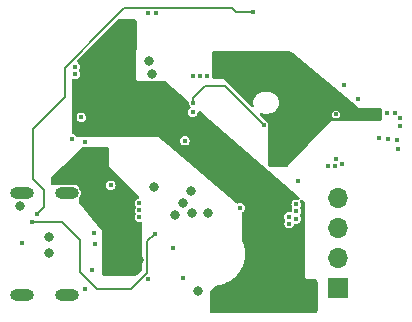
<source format=gbr>
%TF.GenerationSoftware,KiCad,Pcbnew,5.99.0-5f22025611*%
%TF.CreationDate,2021-06-18T16:30:17+00:00*%
%TF.ProjectId,driver,64726976-6572-42e6-9b69-6361645f7063,rev?*%
%TF.SameCoordinates,Original*%
%TF.FileFunction,Copper,L2,Inr*%
%TF.FilePolarity,Positive*%
%FSLAX46Y46*%
G04 Gerber Fmt 4.6, Leading zero omitted, Abs format (unit mm)*
G04 Created by KiCad (PCBNEW 5.99.0-5f22025611) date 2021-06-18 16:30:17*
%MOMM*%
%LPD*%
G01*
G04 APERTURE LIST*
%TA.AperFunction,ComponentPad*%
%ADD10R,1.700000X1.700000*%
%TD*%
%TA.AperFunction,ComponentPad*%
%ADD11O,1.700000X1.700000*%
%TD*%
%TA.AperFunction,ComponentPad*%
%ADD12O,2.000000X1.000000*%
%TD*%
%TA.AperFunction,ViaPad*%
%ADD13C,0.800000*%
%TD*%
%TA.AperFunction,ViaPad*%
%ADD14C,0.400000*%
%TD*%
%TA.AperFunction,Conductor*%
%ADD15C,0.150000*%
%TD*%
%TA.AperFunction,Conductor*%
%ADD16C,0.500000*%
%TD*%
G04 APERTURE END LIST*
D10*
%TO.N,GND*%
%TO.C,J102*%
X90600000Y-78900000D03*
D11*
%TO.N,/FAN_PWR*%
X90600000Y-76360000D03*
%TO.N,/FAN_TACHO*%
X90600000Y-73820000D03*
%TO.N,/FAN_PWM*%
X90600000Y-71280000D03*
%TD*%
D12*
%TO.N,GND*%
%TO.C,J101*%
X67600000Y-70880000D03*
X67600000Y-79520000D03*
X63800000Y-70880000D03*
X63800000Y-79520000D03*
%TD*%
D13*
%TO.N,V_{snk}*%
X81300000Y-80000000D03*
X88400000Y-80400000D03*
X82250000Y-80550000D03*
X74000000Y-63650000D03*
X69200000Y-59500000D03*
X82300000Y-78250000D03*
X69950000Y-58800000D03*
X82250000Y-79400000D03*
X76375000Y-63650000D03*
X71100000Y-60100000D03*
X75250000Y-62600000D03*
X81350000Y-78950000D03*
X74000000Y-62600000D03*
X75300000Y-64850000D03*
X87300000Y-80350000D03*
X84550000Y-80600000D03*
X75250000Y-63650000D03*
X80350000Y-79450000D03*
X70150000Y-59800000D03*
X76350000Y-62600000D03*
X80350000Y-80500000D03*
X83400000Y-80600000D03*
X88400000Y-78750000D03*
%TO.N,GND*%
X74800000Y-60750000D03*
D14*
X68358033Y-60143887D03*
X79500000Y-60950000D03*
D13*
X78225000Y-72550000D03*
D14*
X77625000Y-66425000D03*
X92300000Y-62925000D03*
X69175000Y-66500000D03*
X75150000Y-55650000D03*
X95875000Y-65150000D03*
D13*
X74550000Y-59700000D03*
D14*
X95875000Y-64500000D03*
D13*
X66100000Y-74600000D03*
D14*
X86425000Y-72875000D03*
X89700000Y-68575000D03*
D13*
X78100000Y-70700000D03*
X76775000Y-72675000D03*
D14*
X90900000Y-68400000D03*
D13*
X78725000Y-79150000D03*
X79575000Y-72575000D03*
D14*
X91100000Y-61750000D03*
D13*
X75025000Y-70325000D03*
D14*
X87050000Y-73050000D03*
X94775000Y-64050000D03*
D13*
X66100000Y-75950000D03*
D14*
X87050000Y-72400000D03*
X78300000Y-60950000D03*
X95450000Y-64075000D03*
X87050000Y-71800000D03*
X86450000Y-73450000D03*
X90300000Y-68575000D03*
X78900000Y-60950000D03*
D13*
X63700000Y-71925000D03*
D14*
X74500000Y-55650000D03*
D13*
X77450000Y-71700000D03*
D14*
X90425000Y-68000000D03*
%TO.N,V_{bus}*%
X73775000Y-72325000D03*
X73775000Y-71725000D03*
X73775000Y-72900000D03*
%TO.N,Net-(C103-Pad1)*%
X75050000Y-74300000D03*
X64650000Y-73300000D03*
%TO.N,+5V*%
X82300000Y-72100000D03*
X78300000Y-64000000D03*
D13*
%TO.N,+3.3V*%
X81800000Y-59250000D03*
D14*
X85250000Y-68300000D03*
D13*
X80450000Y-59250000D03*
X80450000Y-60200000D03*
D14*
X92650000Y-63950000D03*
X85800000Y-67100000D03*
X85250000Y-67700000D03*
X85250000Y-67100000D03*
D13*
X81800000Y-60200000D03*
D14*
X85800000Y-67700000D03*
X93900000Y-63950000D03*
X93250000Y-63950000D03*
X89400000Y-62000000D03*
X85800000Y-68300000D03*
%TO.N,/CC2*%
X70000000Y-75200000D03*
%TO.N,/CC1*%
X69950000Y-74250000D03*
%TO.N,/FAN_TACHO*%
X94824162Y-66255742D03*
%TO.N,/FAN_PWM*%
X94050000Y-66200000D03*
%TO.N,/SW1*%
X68350000Y-60800000D03*
%TO.N,/SW2*%
X68850000Y-64450000D03*
%TO.N,/POT_WIPER*%
X95650000Y-67100000D03*
D13*
%TO.N,Net-(D111-Pad3)*%
X73250000Y-77450000D03*
X69550000Y-67750000D03*
X67000000Y-69650000D03*
X71350000Y-75250000D03*
X73700000Y-76550000D03*
X67800000Y-69050000D03*
X68650000Y-68300000D03*
D14*
%TO.N,/FAN_VOLTAGE_SEL*%
X87200000Y-69825000D03*
%TO.N,/PROG_SCL*%
X76650000Y-75500000D03*
%TO.N,/PROG_SDA*%
X77500000Y-78050000D03*
%TO.N,/RESET*%
X74500000Y-78150000D03*
X69750000Y-77400000D03*
%TO.N,/REG_EN*%
X78350000Y-63200000D03*
X84300000Y-65125000D03*
X90400000Y-64200000D03*
%TO.N,Net-(R114-Pad1)*%
X63800000Y-75050000D03*
X68050000Y-66250000D03*
%TO.N,Net-(R115-Pad1)*%
X71350000Y-70200000D03*
X69200000Y-79000000D03*
%TO.N,/HI_PWR*%
X83400000Y-55550000D03*
X65136531Y-72609500D03*
%TO.N,/POT_SUPPLY*%
X95600000Y-66350000D03*
%TD*%
D15*
%TO.N,Net-(C103-Pad1)*%
X74400000Y-74950000D02*
X75050000Y-74300000D01*
X68750000Y-74850000D02*
X68750000Y-77500000D01*
X68750000Y-77500000D02*
X70200000Y-78950000D01*
X67200000Y-73300000D02*
X68750000Y-74850000D01*
X70200000Y-78950000D02*
X73050000Y-78950000D01*
X64650000Y-73300000D02*
X67200000Y-73300000D01*
X74400000Y-77600000D02*
X74400000Y-74950000D01*
X73050000Y-78950000D02*
X74400000Y-77600000D01*
D16*
%TO.N,Net-(D111-Pad3)*%
X70700000Y-71400000D02*
X71350000Y-72050000D01*
X69550000Y-67750000D02*
X69550000Y-70250000D01*
X71350000Y-72050000D02*
X71350000Y-75250000D01*
X69550000Y-70250000D02*
X70700000Y-71400000D01*
D15*
%TO.N,/REG_EN*%
X78350000Y-62809788D02*
X78350000Y-63200000D01*
X84300000Y-65125000D02*
X80996479Y-61821479D01*
X79338309Y-61821479D02*
X78350000Y-62809788D01*
X80996479Y-61821479D02*
X79338309Y-61821479D01*
%TO.N,/HI_PWR*%
X64750000Y-69650000D02*
X65700000Y-70600000D01*
X64750000Y-65450000D02*
X64750000Y-69400000D01*
X83400000Y-55550000D02*
X81950000Y-55550000D01*
X81600000Y-55200000D02*
X72500000Y-55200000D01*
X64750000Y-69400000D02*
X64750000Y-69650000D01*
X71050000Y-56650000D02*
X67450000Y-60250000D01*
X67450000Y-60250000D02*
X67450000Y-62750000D01*
X67450000Y-62750000D02*
X65200000Y-65000000D01*
X65700000Y-70600000D02*
X65700000Y-72046031D01*
X65700000Y-72046031D02*
X65136531Y-72609500D01*
X81950000Y-55550000D02*
X81600000Y-55200000D01*
X65200000Y-65000000D02*
X64750000Y-65450000D01*
X72500000Y-55200000D02*
X71050000Y-56650000D01*
%TD*%
%TA.AperFunction,Conductor*%
%TO.N,Net-(D111-Pad3)*%
G36*
X71012171Y-66952421D02*
G01*
X71051953Y-66960334D01*
X71097374Y-66979148D01*
X71120582Y-66994655D01*
X71155345Y-67029418D01*
X71170852Y-67052626D01*
X71189666Y-67098047D01*
X71197579Y-67137829D01*
X71200000Y-67162410D01*
X71200000Y-68517157D01*
X71215224Y-68593694D01*
X71222119Y-68604013D01*
X71255140Y-68653433D01*
X71255143Y-68653437D01*
X71258579Y-68658579D01*
X73724883Y-71124883D01*
X73758909Y-71187195D01*
X73753844Y-71258010D01*
X73711297Y-71314846D01*
X73668355Y-71332996D01*
X73668919Y-71334731D01*
X73659486Y-71337796D01*
X73649694Y-71339347D01*
X73536653Y-71396944D01*
X73446944Y-71486653D01*
X73389347Y-71599694D01*
X73369500Y-71725000D01*
X73389347Y-71850306D01*
X73393848Y-71859139D01*
X73446944Y-71963347D01*
X73444684Y-71964498D01*
X73463705Y-72017809D01*
X73447922Y-72085675D01*
X73446944Y-72086653D01*
X73389347Y-72199694D01*
X73369500Y-72325000D01*
X73389347Y-72450306D01*
X73393849Y-72459141D01*
X73393849Y-72459142D01*
X73442842Y-72555298D01*
X73455946Y-72625075D01*
X73442842Y-72669702D01*
X73393849Y-72765858D01*
X73389347Y-72774694D01*
X73369500Y-72900000D01*
X73389347Y-73025306D01*
X73446944Y-73138347D01*
X73536653Y-73228056D01*
X73649694Y-73285653D01*
X73775000Y-73305500D01*
X73784792Y-73303949D01*
X73784793Y-73303949D01*
X73854289Y-73292942D01*
X73924701Y-73302042D01*
X73979015Y-73347764D01*
X74000000Y-73417391D01*
X74000000Y-77339702D01*
X73996852Y-77367692D01*
X73986638Y-77412523D01*
X73962388Y-77462978D01*
X73933764Y-77498957D01*
X73913874Y-77518901D01*
X73563104Y-77799517D01*
X73545470Y-77811334D01*
X73514816Y-77828323D01*
X73474890Y-77842329D01*
X73465183Y-77843982D01*
X73440341Y-77848212D01*
X73419190Y-77850000D01*
X70812410Y-77850000D01*
X70787829Y-77847579D01*
X70748047Y-77839666D01*
X70702626Y-77820852D01*
X70679418Y-77805345D01*
X70644655Y-77770582D01*
X70629148Y-77747374D01*
X70610334Y-77701953D01*
X70602421Y-77662171D01*
X70600000Y-77637590D01*
X70600000Y-74073372D01*
X70587764Y-74004489D01*
X70552551Y-73944035D01*
X69066165Y-72190861D01*
X68704632Y-71764437D01*
X68691863Y-71746374D01*
X68673503Y-71714854D01*
X68658321Y-71673472D01*
X68651942Y-71637561D01*
X68650000Y-71615524D01*
X68650000Y-71362712D01*
X68672534Y-71290803D01*
X68674264Y-71288314D01*
X68679321Y-71282638D01*
X68758641Y-71132829D01*
X68799937Y-70968423D01*
X68800824Y-70798912D01*
X68761252Y-70634082D01*
X68683505Y-70483450D01*
X68678516Y-70477730D01*
X68674242Y-70471442D01*
X68676344Y-70470013D01*
X68650362Y-70409875D01*
X68650000Y-70406199D01*
X68650000Y-70400000D01*
X68634776Y-70323463D01*
X68591421Y-70258579D01*
X68526537Y-70215224D01*
X68514368Y-70212804D01*
X68514367Y-70212803D01*
X68456068Y-70201207D01*
X68450000Y-70200000D01*
X70944500Y-70200000D01*
X70964347Y-70325306D01*
X71021944Y-70438347D01*
X71111653Y-70528056D01*
X71224694Y-70585653D01*
X71350000Y-70605500D01*
X71359792Y-70603949D01*
X71465514Y-70587204D01*
X71475306Y-70585653D01*
X71588347Y-70528056D01*
X71678056Y-70438347D01*
X71735653Y-70325306D01*
X71755500Y-70200000D01*
X71735653Y-70074694D01*
X71678056Y-69961653D01*
X71588347Y-69871944D01*
X71475306Y-69814347D01*
X71350000Y-69794500D01*
X71224694Y-69814347D01*
X71111653Y-69871944D01*
X71021944Y-69961653D01*
X70964347Y-70074694D01*
X70944500Y-70200000D01*
X68450000Y-70200000D01*
X68300687Y-70200000D01*
X68276008Y-70196882D01*
X68275451Y-70196665D01*
X68267924Y-70195674D01*
X68267920Y-70195673D01*
X68149157Y-70180038D01*
X68149156Y-70180038D01*
X68145070Y-70179500D01*
X67058683Y-70179500D01*
X66931715Y-70194865D01*
X66926951Y-70196665D01*
X66899387Y-70200000D01*
X66462410Y-70200000D01*
X66437829Y-70197579D01*
X66398047Y-70189666D01*
X66352626Y-70170852D01*
X66329418Y-70155345D01*
X66294655Y-70120582D01*
X66279148Y-70097374D01*
X66260334Y-70051953D01*
X66252421Y-70012171D01*
X66250000Y-69987590D01*
X66250000Y-69697726D01*
X66252537Y-69672571D01*
X66260818Y-69631927D01*
X66280498Y-69585633D01*
X66304016Y-69551472D01*
X66320368Y-69532191D01*
X67283571Y-68604013D01*
X68933186Y-67014384D01*
X68952066Y-66999396D01*
X68985338Y-66977826D01*
X69029867Y-66959863D01*
X69068791Y-66952308D01*
X69092799Y-66950000D01*
X70987590Y-66950000D01*
X71012171Y-66952421D01*
G37*
%TD.AperFunction*%
%TD*%
%TA.AperFunction,Conductor*%
%TO.N,+3.3V*%
G36*
X86463934Y-58851866D02*
G01*
X86476240Y-58854008D01*
X86499177Y-58858000D01*
X86539840Y-58872595D01*
X86570944Y-58890276D01*
X86588801Y-58902574D01*
X86752939Y-59037829D01*
X92294599Y-63604348D01*
X92299311Y-63607027D01*
X92299316Y-63607030D01*
X92344760Y-63632863D01*
X92354221Y-63638241D01*
X92364941Y-63640107D01*
X92364942Y-63640107D01*
X92416431Y-63649068D01*
X92416433Y-63649068D01*
X92421787Y-63650000D01*
X94087590Y-63650000D01*
X94112171Y-63652421D01*
X94151953Y-63660334D01*
X94197374Y-63679148D01*
X94220582Y-63694655D01*
X94255345Y-63729418D01*
X94270852Y-63752626D01*
X94289666Y-63798047D01*
X94297579Y-63837829D01*
X94300000Y-63862410D01*
X94300000Y-64559611D01*
X94295738Y-64592107D01*
X94282069Y-64643315D01*
X94249682Y-64699658D01*
X94224372Y-64725113D01*
X94168214Y-64757821D01*
X94117085Y-64771782D01*
X94084615Y-64776230D01*
X91014643Y-64793773D01*
X90156688Y-64798676D01*
X90010686Y-64799510D01*
X89932017Y-64816123D01*
X89921549Y-64823484D01*
X89921550Y-64823484D01*
X89871467Y-64858704D01*
X89871465Y-64858706D01*
X89866246Y-64862376D01*
X89740445Y-64995932D01*
X86343053Y-68602752D01*
X86323667Y-68619529D01*
X86289248Y-68643660D01*
X86242422Y-68663882D01*
X86201249Y-68672392D01*
X86175746Y-68675000D01*
X84887410Y-68675000D01*
X84862829Y-68672579D01*
X84823047Y-68664666D01*
X84777626Y-68645852D01*
X84754418Y-68630345D01*
X84719655Y-68595582D01*
X84704148Y-68572374D01*
X84685334Y-68526953D01*
X84677421Y-68487171D01*
X84675000Y-68462590D01*
X84675000Y-65082459D01*
X84659901Y-65006225D01*
X84616884Y-64941502D01*
X83991642Y-64312147D01*
X83957822Y-64249724D01*
X83961542Y-64200000D01*
X90064500Y-64200000D01*
X90084733Y-64314748D01*
X90142992Y-64415655D01*
X90232250Y-64490552D01*
X90341741Y-64530403D01*
X90458259Y-64530403D01*
X90567750Y-64490552D01*
X90657008Y-64415655D01*
X90715267Y-64314748D01*
X90735500Y-64200000D01*
X90715267Y-64085252D01*
X90657008Y-63984345D01*
X90567750Y-63909448D01*
X90458259Y-63869597D01*
X90341741Y-63869597D01*
X90232250Y-63909448D01*
X90142992Y-63984345D01*
X90084733Y-64085252D01*
X90064500Y-64200000D01*
X83961542Y-64200000D01*
X83963119Y-64178926D01*
X84005852Y-64122230D01*
X84072453Y-64097637D01*
X84119965Y-64103512D01*
X84149216Y-64113016D01*
X84149220Y-64113017D01*
X84155499Y-64115057D01*
X84162062Y-64115747D01*
X84162063Y-64115747D01*
X84186584Y-64118324D01*
X84302428Y-64130500D01*
X84697572Y-64130500D01*
X84813416Y-64118324D01*
X84837937Y-64115747D01*
X84837938Y-64115747D01*
X84844501Y-64115057D01*
X84902821Y-64096108D01*
X85024217Y-64056664D01*
X85024216Y-64056664D01*
X85030502Y-64054622D01*
X85036225Y-64051318D01*
X85194151Y-63960139D01*
X85194154Y-63960137D01*
X85199873Y-63956835D01*
X85345212Y-63825972D01*
X85440620Y-63694655D01*
X85456286Y-63673092D01*
X85456287Y-63673091D01*
X85460167Y-63667750D01*
X85472475Y-63640107D01*
X85537026Y-63495121D01*
X85537027Y-63495118D01*
X85539713Y-63489085D01*
X85566326Y-63363883D01*
X85579003Y-63304243D01*
X85579003Y-63304239D01*
X85580375Y-63297786D01*
X85580375Y-63102214D01*
X85574821Y-63076082D01*
X85541086Y-62917375D01*
X85539713Y-62910915D01*
X85537026Y-62904879D01*
X85462853Y-62738282D01*
X85462851Y-62738279D01*
X85460167Y-62732250D01*
X85389110Y-62634448D01*
X85349095Y-62579372D01*
X85349093Y-62579370D01*
X85345212Y-62574028D01*
X85199873Y-62443165D01*
X85194154Y-62439863D01*
X85194151Y-62439861D01*
X85036225Y-62348682D01*
X85036224Y-62348681D01*
X85030502Y-62345378D01*
X84954033Y-62320532D01*
X84850780Y-62286983D01*
X84850779Y-62286983D01*
X84844501Y-62284943D01*
X84837938Y-62284253D01*
X84837937Y-62284253D01*
X84813416Y-62281676D01*
X84697572Y-62269500D01*
X84302428Y-62269500D01*
X84186584Y-62281676D01*
X84162063Y-62284253D01*
X84162062Y-62284253D01*
X84155499Y-62284943D01*
X84149221Y-62286983D01*
X84149220Y-62286983D01*
X84045967Y-62320532D01*
X83969498Y-62345378D01*
X83963776Y-62348681D01*
X83963775Y-62348682D01*
X83805849Y-62439861D01*
X83805846Y-62439863D01*
X83800127Y-62443165D01*
X83654788Y-62574028D01*
X83650907Y-62579370D01*
X83650905Y-62579372D01*
X83610890Y-62634448D01*
X83539833Y-62732250D01*
X83537149Y-62738279D01*
X83537147Y-62738282D01*
X83462974Y-62904879D01*
X83460287Y-62910915D01*
X83458914Y-62917375D01*
X83425180Y-63076082D01*
X83419625Y-63102214D01*
X83419625Y-63297786D01*
X83420997Y-63304239D01*
X83420997Y-63304243D01*
X83449248Y-63437151D01*
X83443846Y-63507942D01*
X83401029Y-63564574D01*
X83334391Y-63589068D01*
X83265090Y-63573647D01*
X83236614Y-63552151D01*
X80938041Y-61238456D01*
X80933657Y-61234043D01*
X80868612Y-61190350D01*
X80856397Y-61187910D01*
X80856395Y-61187909D01*
X80826456Y-61181929D01*
X80791773Y-61175000D01*
X80087410Y-61175000D01*
X80062829Y-61172579D01*
X80023047Y-61164666D01*
X79977626Y-61145852D01*
X79954418Y-61130345D01*
X79919655Y-61095582D01*
X79904148Y-61072374D01*
X79885334Y-61026953D01*
X79877421Y-60987171D01*
X79875000Y-60962590D01*
X79875000Y-59062410D01*
X79877421Y-59037829D01*
X79885334Y-58998047D01*
X79904148Y-58952626D01*
X79919655Y-58929418D01*
X79954418Y-58894655D01*
X79977626Y-58879148D01*
X80023047Y-58860334D01*
X80062829Y-58852421D01*
X80087410Y-58850000D01*
X86442331Y-58850000D01*
X86463934Y-58851866D01*
G37*
%TD.AperFunction*%
%TD*%
%TA.AperFunction,Conductor*%
%TO.N,V_{snk}*%
G36*
X73344847Y-56125672D02*
G01*
X73385020Y-56133528D01*
X73430883Y-56152450D01*
X73435276Y-56155388D01*
X73454280Y-56168098D01*
X73489279Y-56203254D01*
X73504823Y-56226722D01*
X73523541Y-56272671D01*
X73531216Y-56312871D01*
X73533445Y-56337697D01*
X73487438Y-61168470D01*
X73488614Y-61174611D01*
X73488614Y-61174615D01*
X73494230Y-61203949D01*
X73502284Y-61246016D01*
X73545985Y-61311774D01*
X73578857Y-61333634D01*
X73601270Y-61348540D01*
X73601272Y-61348541D01*
X73611729Y-61355495D01*
X73624062Y-61357860D01*
X73624064Y-61357861D01*
X73649029Y-61362648D01*
X73689270Y-61370366D01*
X73689271Y-61370366D01*
X75500434Y-61353681D01*
X75813165Y-61350800D01*
X75835785Y-61352636D01*
X75872623Y-61359003D01*
X75915063Y-61374568D01*
X75947287Y-61393530D01*
X75965726Y-61406751D01*
X77903227Y-63079678D01*
X77941715Y-63139337D01*
X77944386Y-63180288D01*
X77946051Y-63180288D01*
X77946051Y-63190208D01*
X77944500Y-63200000D01*
X77964347Y-63325306D01*
X78021944Y-63438347D01*
X78070745Y-63487148D01*
X78104771Y-63549460D01*
X78099706Y-63620275D01*
X78060969Y-63671260D01*
X78061653Y-63671944D01*
X77971944Y-63761653D01*
X77914347Y-63874694D01*
X77894500Y-64000000D01*
X77914347Y-64125306D01*
X77971944Y-64238347D01*
X78061653Y-64328056D01*
X78174694Y-64385653D01*
X78300000Y-64405500D01*
X78309792Y-64403949D01*
X78415514Y-64387204D01*
X78425306Y-64385653D01*
X78538347Y-64328056D01*
X78628056Y-64238347D01*
X78685653Y-64125306D01*
X78701792Y-64023408D01*
X78732205Y-63959256D01*
X78792473Y-63921729D01*
X78863462Y-63922743D01*
X78908587Y-63947751D01*
X79756080Y-64679515D01*
X87316570Y-71207585D01*
X87355057Y-71267243D01*
X87355181Y-71338240D01*
X87316902Y-71398033D01*
X87252373Y-71427639D01*
X87194795Y-71418153D01*
X87193573Y-71421913D01*
X87184139Y-71418848D01*
X87175306Y-71414347D01*
X87050000Y-71394500D01*
X86924694Y-71414347D01*
X86811653Y-71471944D01*
X86721944Y-71561653D01*
X86664347Y-71674694D01*
X86644500Y-71800000D01*
X86646051Y-71809792D01*
X86661853Y-71909557D01*
X86664347Y-71925306D01*
X86703807Y-72002750D01*
X86721944Y-72038347D01*
X86719684Y-72039498D01*
X86738705Y-72092809D01*
X86722922Y-72160675D01*
X86721944Y-72161653D01*
X86664347Y-72274694D01*
X86662796Y-72284486D01*
X86648101Y-72377265D01*
X86617688Y-72441418D01*
X86557420Y-72478945D01*
X86503941Y-72482003D01*
X86434793Y-72471051D01*
X86434792Y-72471051D01*
X86425000Y-72469500D01*
X86415208Y-72471051D01*
X86318092Y-72486433D01*
X86299694Y-72489347D01*
X86186653Y-72546944D01*
X86096944Y-72636653D01*
X86039347Y-72749694D01*
X86019500Y-72875000D01*
X86039347Y-73000306D01*
X86096944Y-73113347D01*
X86098045Y-73114448D01*
X86120344Y-73176940D01*
X86106817Y-73241340D01*
X86079294Y-73295358D01*
X86064347Y-73324694D01*
X86044500Y-73450000D01*
X86064347Y-73575306D01*
X86121944Y-73688347D01*
X86211653Y-73778056D01*
X86324694Y-73835653D01*
X86450000Y-73855500D01*
X86459792Y-73853949D01*
X86565514Y-73837204D01*
X86575306Y-73835653D01*
X86688347Y-73778056D01*
X86778056Y-73688347D01*
X86835653Y-73575306D01*
X86839699Y-73549761D01*
X86870112Y-73485608D01*
X86930381Y-73448082D01*
X86983859Y-73445024D01*
X87050000Y-73455500D01*
X87059792Y-73453949D01*
X87165514Y-73437204D01*
X87175306Y-73435653D01*
X87288347Y-73378056D01*
X87378056Y-73288347D01*
X87435653Y-73175306D01*
X87455500Y-73050000D01*
X87435653Y-72924694D01*
X87378056Y-72811653D01*
X87371041Y-72804638D01*
X87366991Y-72799064D01*
X87343131Y-72732197D01*
X87359209Y-72663045D01*
X87366991Y-72650936D01*
X87371041Y-72645362D01*
X87378056Y-72638347D01*
X87435653Y-72525306D01*
X87441349Y-72489347D01*
X87453949Y-72409792D01*
X87455500Y-72400000D01*
X87440532Y-72305500D01*
X87437204Y-72284486D01*
X87435653Y-72274694D01*
X87378056Y-72161653D01*
X87380316Y-72160502D01*
X87361295Y-72107191D01*
X87377078Y-72039325D01*
X87378056Y-72038347D01*
X87396194Y-72002750D01*
X87431152Y-71934139D01*
X87435653Y-71925306D01*
X87438148Y-71909557D01*
X87453949Y-71809792D01*
X87455500Y-71800000D01*
X87435653Y-71674694D01*
X87431152Y-71665861D01*
X87431151Y-71665857D01*
X87395917Y-71596705D01*
X87382813Y-71526928D01*
X87409514Y-71461144D01*
X87467542Y-71420238D01*
X87538473Y-71417198D01*
X87590530Y-71444135D01*
X87720434Y-71556301D01*
X87738855Y-71576025D01*
X87765363Y-71611337D01*
X87787705Y-71660146D01*
X87797109Y-71703288D01*
X87800000Y-71730123D01*
X87800000Y-77950000D01*
X87815224Y-78026537D01*
X87858579Y-78091421D01*
X87923463Y-78134776D01*
X87935632Y-78137196D01*
X87935633Y-78137197D01*
X87991349Y-78148279D01*
X88000000Y-78150000D01*
X88637590Y-78150000D01*
X88662171Y-78152421D01*
X88701953Y-78160334D01*
X88747374Y-78179148D01*
X88770582Y-78194655D01*
X88805345Y-78229418D01*
X88820852Y-78252626D01*
X88839666Y-78298047D01*
X88847579Y-78337829D01*
X88850000Y-78362410D01*
X88850000Y-80837590D01*
X88847579Y-80862171D01*
X88839666Y-80901953D01*
X88820852Y-80947374D01*
X88805345Y-80970582D01*
X88770582Y-81005345D01*
X88747374Y-81020852D01*
X88701953Y-81039666D01*
X88662171Y-81047579D01*
X88637590Y-81050000D01*
X79917951Y-81050000D01*
X79892964Y-81047497D01*
X79852570Y-81039324D01*
X79806525Y-81019896D01*
X79783120Y-81003921D01*
X79748250Y-80968122D01*
X79732895Y-80944303D01*
X79714685Y-80897762D01*
X79707578Y-80857168D01*
X79705734Y-80832124D01*
X79747299Y-79252631D01*
X79750760Y-79226436D01*
X79760899Y-79184358D01*
X79783599Y-79136951D01*
X79810022Y-79102673D01*
X79828264Y-79083549D01*
X80266440Y-78711513D01*
X80327303Y-78683272D01*
X80600269Y-78637838D01*
X80600277Y-78637836D01*
X80604003Y-78637216D01*
X80916455Y-78545553D01*
X81215633Y-78417016D01*
X81218911Y-78415112D01*
X81218917Y-78415109D01*
X81420453Y-78298047D01*
X81497201Y-78253468D01*
X81500226Y-78251184D01*
X81500234Y-78251179D01*
X81754055Y-78059563D01*
X81757082Y-78057278D01*
X81991511Y-77831288D01*
X81993905Y-77828348D01*
X81993910Y-77828342D01*
X82194692Y-77581719D01*
X82197092Y-77578771D01*
X82246793Y-77500000D01*
X82368826Y-77306590D01*
X82368827Y-77306587D01*
X82370848Y-77303385D01*
X82510261Y-77009118D01*
X82613312Y-76700235D01*
X82678509Y-76381208D01*
X82704907Y-76056660D01*
X82705500Y-76000000D01*
X82698607Y-75885653D01*
X82686133Y-75678748D01*
X82686133Y-75678744D01*
X82685905Y-75674970D01*
X82684030Y-75664705D01*
X82628084Y-75358370D01*
X82628083Y-75358366D01*
X82627404Y-75354648D01*
X82530844Y-75043674D01*
X82495173Y-74964115D01*
X82430522Y-74819925D01*
X82419499Y-74767223D01*
X82431658Y-73437204D01*
X82439730Y-72554366D01*
X82460353Y-72486433D01*
X82508522Y-72443253D01*
X82529512Y-72432558D01*
X82529514Y-72432557D01*
X82538347Y-72428056D01*
X82628056Y-72338347D01*
X82685653Y-72225306D01*
X82705500Y-72100000D01*
X82685653Y-71974694D01*
X82628056Y-71861653D01*
X82538347Y-71771944D01*
X82425306Y-71714347D01*
X82300000Y-71694500D01*
X82174694Y-71714347D01*
X82129829Y-71737207D01*
X82060052Y-71750311D01*
X81991224Y-71721115D01*
X81985830Y-71716549D01*
X76184303Y-66806152D01*
X75733980Y-66425000D01*
X77219500Y-66425000D01*
X77239347Y-66550306D01*
X77296944Y-66663347D01*
X77386653Y-66753056D01*
X77499694Y-66810653D01*
X77625000Y-66830500D01*
X77634792Y-66828949D01*
X77740514Y-66812204D01*
X77750306Y-66810653D01*
X77863347Y-66753056D01*
X77953056Y-66663347D01*
X78010653Y-66550306D01*
X78030500Y-66425000D01*
X78010653Y-66299694D01*
X77953056Y-66186653D01*
X77863347Y-66096944D01*
X77750306Y-66039347D01*
X77625000Y-66019500D01*
X77499694Y-66039347D01*
X77386653Y-66096944D01*
X77296944Y-66186653D01*
X77239347Y-66299694D01*
X77219500Y-66425000D01*
X75733980Y-66425000D01*
X75410795Y-66151457D01*
X75410793Y-66151456D01*
X75406526Y-66147844D01*
X75345477Y-66112476D01*
X75334440Y-66110576D01*
X75281455Y-66101455D01*
X75281453Y-66101455D01*
X75275947Y-66100507D01*
X75275946Y-66100507D01*
X75270357Y-66100545D01*
X75270354Y-66100545D01*
X71718374Y-66124874D01*
X69383471Y-66140867D01*
X69325407Y-66127136D01*
X69300306Y-66114347D01*
X69175000Y-66094500D01*
X69049694Y-66114347D01*
X69040866Y-66118845D01*
X69040863Y-66118846D01*
X69018933Y-66130020D01*
X68962595Y-66143749D01*
X68524967Y-66146747D01*
X68456711Y-66127212D01*
X68411837Y-66077952D01*
X68382558Y-66020487D01*
X68382555Y-66020483D01*
X68378056Y-66011653D01*
X68288347Y-65921944D01*
X68175306Y-65864347D01*
X68165516Y-65862796D01*
X68165515Y-65862796D01*
X68156289Y-65861335D01*
X68092136Y-65830922D01*
X68054609Y-65770654D01*
X68050000Y-65736886D01*
X68050000Y-64450000D01*
X68444500Y-64450000D01*
X68464347Y-64575306D01*
X68521944Y-64688347D01*
X68611653Y-64778056D01*
X68724694Y-64835653D01*
X68850000Y-64855500D01*
X68859792Y-64853949D01*
X68965514Y-64837204D01*
X68975306Y-64835653D01*
X69088347Y-64778056D01*
X69178056Y-64688347D01*
X69235653Y-64575306D01*
X69255500Y-64450000D01*
X69235653Y-64324694D01*
X69178056Y-64211653D01*
X69088347Y-64121944D01*
X68975306Y-64064347D01*
X68850000Y-64044500D01*
X68724694Y-64064347D01*
X68611653Y-64121944D01*
X68521944Y-64211653D01*
X68464347Y-64324694D01*
X68444500Y-64450000D01*
X68050000Y-64450000D01*
X68050000Y-61300685D01*
X68070002Y-61232564D01*
X68123658Y-61186071D01*
X68193932Y-61175967D01*
X68214936Y-61180852D01*
X68215862Y-61181153D01*
X68224694Y-61185653D01*
X68234484Y-61187204D01*
X68234485Y-61187204D01*
X68340208Y-61203949D01*
X68350000Y-61205500D01*
X68359792Y-61203949D01*
X68465514Y-61187204D01*
X68475306Y-61185653D01*
X68588347Y-61128056D01*
X68678056Y-61038347D01*
X68735653Y-60925306D01*
X68755500Y-60800000D01*
X68735653Y-60674694D01*
X68678056Y-60561653D01*
X68671040Y-60554637D01*
X68668080Y-60550563D01*
X68644220Y-60483696D01*
X68660298Y-60414544D01*
X68673363Y-60397348D01*
X68673250Y-60397266D01*
X68679077Y-60389246D01*
X68686089Y-60382234D01*
X68743686Y-60269193D01*
X68763533Y-60143887D01*
X68743686Y-60018581D01*
X68686089Y-59905540D01*
X68596380Y-59815831D01*
X68587547Y-59811330D01*
X68587545Y-59811329D01*
X68537196Y-59785675D01*
X68485580Y-59736927D01*
X68468514Y-59668012D01*
X68491414Y-59600811D01*
X68505303Y-59584313D01*
X71262583Y-56827033D01*
X71262585Y-56827030D01*
X71922756Y-56166859D01*
X71985068Y-56132833D01*
X72011211Y-56129956D01*
X72916364Y-56125376D01*
X73320038Y-56123333D01*
X73344847Y-56125672D01*
G37*
%TD.AperFunction*%
%TD*%
M02*

</source>
